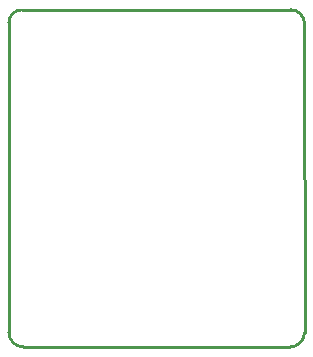
<source format=gko>
G04*
G04 #@! TF.GenerationSoftware,Altium Limited,Altium Designer,21.6.1 (37)*
G04*
G04 Layer_Color=16711935*
%FSLAX24Y24*%
%MOIN*%
G70*
G04*
G04 #@! TF.SameCoordinates,2CDDA2BD-A9AE-4566-A957-8AB6CD1B29DF*
G04*
G04*
G04 #@! TF.FilePolarity,Positive*
G04*
G01*
G75*
%ADD11C,0.0100*%
D11*
X0Y450D02*
G03*
X483Y-33I483J0D01*
G01*
X9357Y-32D02*
G03*
X9853Y443I10J485D01*
G01*
X9850Y10750D02*
G03*
X9395Y11205I-455J0D01*
G01*
X420Y11205D02*
G03*
X0Y10785I0J-420D01*
G01*
X9850Y10750D02*
X9853Y443D01*
X420Y11205D02*
X9395D01*
X0Y450D02*
Y10785D01*
X483Y-33D02*
X9357Y-32D01*
M02*

</source>
